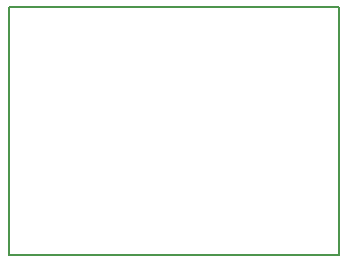
<source format=gko>
G04 #@! TF.GenerationSoftware,KiCad,Pcbnew,5.0.1*
G04 #@! TF.CreationDate,2018-12-27T15:20:24+01:00*
G04 #@! TF.ProjectId,DiscreteWilkinsonSplitter,446973637265746557696C6B696E736F,rev?*
G04 #@! TF.SameCoordinates,Original*
G04 #@! TF.FileFunction,Profile,NP*
%FSLAX46Y46*%
G04 Gerber Fmt 4.6, Leading zero omitted, Abs format (unit mm)*
G04 Created by KiCad (PCBNEW 5.0.1) date Do 27 Dez 2018 15:20:24 CET*
%MOMM*%
%LPD*%
G01*
G04 APERTURE LIST*
%ADD10C,0.150000*%
G04 APERTURE END LIST*
D10*
X120015000Y-97155000D02*
X120015000Y-76200000D01*
X147955000Y-97155000D02*
X120015000Y-97155000D01*
X147955000Y-76200000D02*
X147955000Y-97155000D01*
X120015000Y-76200000D02*
X147955000Y-76200000D01*
M02*

</source>
